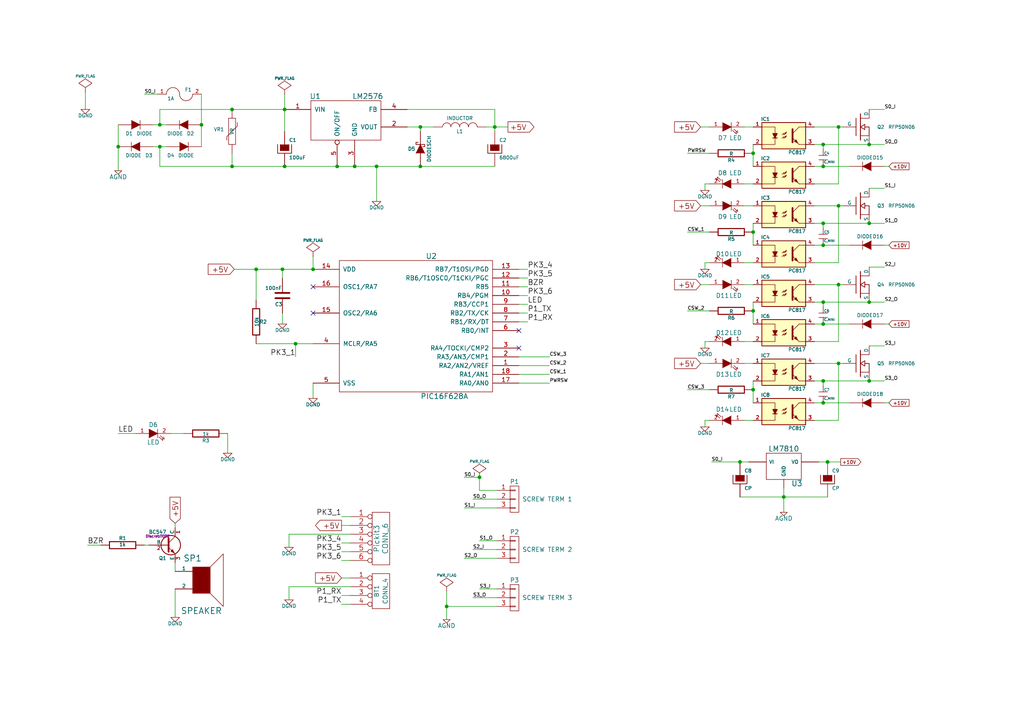
<source format=kicad_sch>
(kicad_sch (version 20230121) (generator eeschema)
  (paper "A4")
  (lib_symbols
    (symbol "board-rescue:AGND" (power) (pin_names (offset 0.254))
      (property "Value" "AGND" (at 0 -1.778 0))
      (symbol "AGND_0_1"
        (polyline (pts (xy -1.016 0) (xy 1.016 0) (xy 0 -1.016) (xy -1.016 0)))
      )
      (symbol "AGND_1_1"
        (pin power_in line (at 0 0 90) (length 0) hide (name "AGND") (number "1"))
      )
    )
    (symbol "board-rescue:BC547" (pin_names (offset 0))
      (property "Reference" "Q" (at 0 -3.7846 0))
      (property "Value" "BC547" (at 0 3.81 0))
      (property "Footprint" "TO92" (at -2.54 2.5908 0))
      (symbol "BC547_0_1"
        (polyline (pts (xy 0.635 0.635) (xy 2.54 2.54)))
        (polyline (pts (xy 0.635 -0.635) (xy 2.54 -2.54) (xy 2.54 -2.54)))
        (polyline (pts (xy 0.635 1.905) (xy 0.635 -1.905) (xy 0.635 -1.905)) (stroke (width 0.508)))
        (polyline (pts (xy 1.27 -1.778) (xy 1.778 -1.27) (xy 2.286 -2.286) (xy 1.27 -1.778) (xy 1.27 -1.778)) (fill (type outline)))
        (circle (center 1.27 0) (radius 2.8194) (stroke (width 0.254)))
      )
      (symbol "BC547_1_1"
        (pin passive line (at 2.54 5.08 270) (length 2.54) (name "C") (number "1"))
        (pin input line (at -5.08 0 0) (length 5.715) (name "B") (number "2"))
        (pin passive line (at 2.54 -5.08 90) (length 2.54) (name "E") (number "3"))
      )
    )
    (symbol "board-rescue:C" (pin_numbers hide) (pin_names (offset 0.254))
      (property "Reference" "C" (at 0 2.54 0))
      (property "Value" "C" (at 0.1524 -2.159 0))
      (symbol "C_0_1"
        (polyline (pts (xy -2.032 -0.762) (xy 2.032 -0.762)) (stroke (width 0.508)))
        (polyline (pts (xy -2.032 0.762) (xy 2.032 0.762)) (stroke (width 0.508)))
      )
      (symbol "C_1_1"
        (pin passive line (at 0 5.08 270) (length 4.318) (name "~") (number "1"))
        (pin passive line (at 0 -5.08 90) (length 4.318) (name "~") (number "2"))
      )
    )
    (symbol "board-rescue:CONN_01X03" (pin_names (offset 1.016) hide)
      (property "Reference" "P" (at 0 5.08 0))
      (property "Value" "CONN_01X03" (at 2.54 0 90))
      (symbol "CONN_01X03_0_1"
        (rectangle (start -1.27 -2.413) (end 0.254 -2.667))
        (rectangle (start -1.27 0.127) (end 0.254 -0.127))
        (rectangle (start -1.27 2.667) (end 0.254 2.413))
        (rectangle (start -1.27 3.81) (end 1.27 -3.81))
      )
      (symbol "CONN_01X03_1_1"
        (pin passive line (at -5.08 2.54 0) (length 3.81) (name "P1") (number "1"))
        (pin passive line (at -5.08 0 0) (length 3.81) (name "P2") (number "2"))
        (pin passive line (at -5.08 -2.54 0) (length 3.81) (name "P3") (number "3"))
      )
    )
    (symbol "board-rescue:CONN_4" (pin_names (offset 1.016) hide)
      (property "Reference" "P" (at -1.27 0 90))
      (property "Value" "CONN_4" (at 1.27 0 90))
      (symbol "CONN_4_0_1"
        (rectangle (start -2.54 5.08) (end 2.54 -5.08))
      )
      (symbol "CONN_4_1_1"
        (pin passive inverted (at -8.89 3.81 0) (length 6.35) (name "P1") (number "1"))
        (pin passive inverted (at -8.89 1.27 0) (length 6.35) (name "P2") (number "2"))
        (pin passive inverted (at -8.89 -1.27 0) (length 6.35) (name "P3") (number "3"))
        (pin passive inverted (at -8.89 -3.81 0) (length 6.35) (name "P4") (number "4"))
      )
    )
    (symbol "board-rescue:CONN_6" (pin_names (offset 0.762) hide)
      (property "Reference" "P" (at -1.27 0 90))
      (property "Value" "CONN_6" (at 1.27 0 90))
      (symbol "CONN_6_0_1"
        (rectangle (start -2.54 7.62) (end 2.54 -7.62))
      )
      (symbol "CONN_6_1_1"
        (pin passive inverted (at -8.89 6.35 0) (length 6.35) (name "1") (number "1"))
        (pin passive inverted (at -8.89 3.81 0) (length 6.35) (name "2") (number "2"))
        (pin passive inverted (at -8.89 1.27 0) (length 6.35) (name "3") (number "3"))
        (pin passive inverted (at -8.89 -1.27 0) (length 6.35) (name "4") (number "4"))
        (pin passive inverted (at -8.89 -3.81 0) (length 6.35) (name "5") (number "5"))
        (pin passive inverted (at -8.89 -6.35 0) (length 6.35) (name "6") (number "6"))
      )
    )
    (symbol "board-rescue:CP" (pin_numbers hide) (pin_names (offset 0.254) hide)
      (property "Reference" "C" (at 1.27 2.54 0))
      (property "Value" "CP" (at 1.27 -2.54 0))
      (symbol "CP_0_1"
        (polyline (pts (xy -2.032 1.27) (xy -2.032 -1.27) (xy 2.032 -1.27) (xy 2.032 1.27)) (stroke (width 0.2032)))
        (polyline (pts (xy -1.27 1.27) (xy -1.27 -0.508) (xy 1.27 -0.508) (xy 1.27 1.27)) (fill (type outline)))
      )
      (symbol "CP_1_1"
        (pin passive line (at 0 5.08 270) (length 3.81) (name "~") (number "1"))
        (pin passive line (at 0 -5.08 90) (length 3.81) (name "~") (number "2"))
      )
    )
    (symbol "board-rescue:C_MINI" (pin_numbers hide) (pin_names (offset 0) hide)
      (property "Reference" "C" (at -1.27 1.016 90))
      (property "Value" "C_MINI" (at 1.27 1.778 90))
      (symbol "C_MINI_0_1"
        (polyline (pts (xy -0.635 -1.27) (xy -0.635 1.27) (xy -0.635 1.27)) (fill (type background)))
        (polyline (pts (xy 0.635 -1.27) (xy 0.635 1.27) (xy 0.635 1.27)) (fill (type background)))
      )
      (symbol "C_MINI_1_1"
        (pin passive line (at -2.54 0 0) (length 1.905) (name "A") (number "1"))
        (pin passive line (at 2.54 0 180) (length 1.905) (name "B") (number "2"))
      )
    )
    (symbol "board-rescue:DGND" (power) (pin_names (offset 1.016))
      (property "Value" "DGND" (at 0 -1.778 0))
      (symbol "DGND_0_1"
        (polyline (pts (xy -1.27 0) (xy 0 -1.27) (xy 1.27 0) (xy -1.27 0)))
      )
      (symbol "DGND_1_1"
        (pin power_in line (at 0 0 90) (length 0) hide (name "DGND") (number "1"))
      )
    )
    (symbol "board-rescue:DIODE" (pin_numbers hide) (pin_names (offset 1.016) hide)
      (property "Reference" "D" (at 0 2.54 0))
      (property "Value" "DIODE" (at 0 -2.54 0))
      (symbol "DIODE_0_1"
        (polyline (pts (xy 1.27 1.27) (xy 1.27 -1.27)) (stroke (width 0.1524)))
        (polyline (pts (xy -1.27 1.27) (xy 1.27 0) (xy -1.27 -1.27)) (fill (type outline)))
      )
      (symbol "DIODE_1_1"
        (pin passive line (at -5.08 0 0) (length 3.81) (name "A") (number "1"))
        (pin passive line (at 5.08 0 180) (length 3.81) (name "K") (number "2"))
      )
    )
    (symbol "board-rescue:DIODESCH" (pin_numbers hide) (pin_names (offset 1.016) hide)
      (property "Reference" "D" (at 0 2.54 0))
      (property "Value" "DIODESCH" (at 0 -2.54 0))
      (symbol "DIODESCH_0_1"
        (polyline (pts (xy -1.27 1.27) (xy 1.27 0) (xy -1.27 -1.27)) (fill (type outline)))
        (polyline (pts (xy 1.905 0.635) (xy 1.905 1.27) (xy 1.27 1.27) (xy 1.27 -1.27) (xy 0.635 -1.27) (xy 0.635 -0.635)) (stroke (width 0.2032)))
      )
      (symbol "DIODESCH_1_1"
        (pin passive line (at -5.08 0 0) (length 3.81) (name "A") (number "1"))
        (pin passive line (at 5.08 0 180) (length 3.81) (name "K") (number "2"))
      )
    )
    (symbol "board-rescue:FUSE" (pin_names (offset 0.254))
      (property "Reference" "F" (at 2.54 1.27 0))
      (property "Value" "FUSE" (at -2.54 -1.27 0))
      (symbol "FUSE_0_1"
        (arc (start 0 0) (mid -1.905 1.8967) (end -3.81 0))
        (arc (start 0 0) (mid 1.905 -1.8967) (end 3.81 0))
      )
      (symbol "FUSE_1_1"
        (pin input line (at -6.35 0 0) (length 2.54) (name "~") (number "1"))
        (pin input line (at 6.35 0 180) (length 2.54) (name "~") (number "2"))
      )
    )
    (symbol "board-rescue:INDUCTOR" (pin_numbers hide) (pin_names (offset 1.016) hide)
      (property "Reference" "L" (at -1.27 0 90))
      (property "Value" "INDUCTOR" (at 2.54 0 90))
      (symbol "INDUCTOR_0_1"
        (arc (start 0.0254 -5.0546) (mid 1.2449 -3.8097) (end 0.0254 -2.54))
        (arc (start 0.0254 -2.5146) (mid 1.2703 -1.2444) (end 0.0254 0.0508))
        (arc (start 0.0254 0.0254) (mid 1.2703 1.2956) (end 0.0254 2.5908))
        (arc (start 0.0254 2.5654) (mid 1.1941 3.7595) (end 0.0254 4.9784))
      )
      (symbol "INDUCTOR_1_1"
        (pin passive line (at 0 7.62 270) (length 2.54) (name "1") (number "1"))
        (pin passive line (at 0 -7.62 90) (length 2.54) (name "2") (number "2"))
      )
    )
    (symbol "board-rescue:LED" (pin_names (offset 1.016) hide)
      (property "Reference" "D" (at 0 2.54 0))
      (property "Value" "LED" (at 0 -2.54 0))
      (symbol "LED_0_1"
        (polyline (pts (xy 1.27 1.27) (xy 1.27 -1.27)))
        (polyline (pts (xy -1.27 1.27) (xy 1.27 0) (xy -1.27 -1.27)) (fill (type outline)))
        (polyline (pts (xy 1.651 -1.016) (xy 2.794 -2.032) (xy 2.667 -1.397)))
        (polyline (pts (xy 2.032 -0.635) (xy 3.175 -1.651) (xy 3.048 -1.016)))
      )
      (symbol "LED_1_1"
        (pin passive line (at -5.08 0 0) (length 3.81) (name "A") (number "1"))
        (pin passive line (at 5.08 0 180) (length 3.81) (name "K") (number "2"))
      )
    )
    (symbol "board-rescue:LM2576" (pin_names (offset 1.016))
      (property "Reference" "U" (at -8.89 6.35 0))
      (property "Value" "LM2576" (at 6.35 6.35 0))
      (symbol "LM2576_0_1"
        (rectangle (start -10.16 5.08) (end 10.16 -6.35))
      )
      (symbol "LM2576_1_1"
        (pin power_in line (at -17.78 2.54 0) (length 7.62) (name "VIN") (number "1"))
        (pin power_out line (at 17.78 -2.54 180) (length 7.62) (name "VOUT") (number "2"))
        (pin power_in line (at 2.54 -13.97 90) (length 7.62) (name "GND") (number "3"))
        (pin input line (at 17.78 2.54 180) (length 7.62) (name "FB") (number "4"))
        (pin input inverted (at -2.54 -13.97 90) (length 7.62) (name "ON/OFF") (number "5"))
      )
    )
    (symbol "board-rescue:LM7805" (pin_numbers hide) (pin_names (offset 0.762))
      (property "Reference" "U" (at 3.81 -4.9784 0))
      (property "Value" "LM7805" (at 0 5.08 0))
      (symbol "LM7805_0_1"
        (rectangle (start -5.08 -3.81) (end 5.08 3.81))
      )
      (symbol "LM7805_1_1"
        (pin input line (at 0 -6.35 90) (length 2.54) (name "GND") (number "GND"))
        (pin input line (at -10.16 1.27 0) (length 5.08) (name "VI") (number "VI"))
        (pin power_out line (at 10.16 1.27 180) (length 5.08) (name "VO") (number "VO"))
      )
    )
    (symbol "board-rescue:MOSFET_N" (pin_numbers hide) (pin_names (offset 0))
      (property "Reference" "Q" (at 0.254 4.318 0))
      (property "Value" "MOSFET_N" (at 0.254 -3.81 0))
      (symbol "MOSFET_N_0_1"
        (polyline (pts (xy -1.27 -2.54) (xy -1.27 2.54)) (stroke (width 0.2032)))
        (polyline (pts (xy 0 -3.81) (xy 0 3.81)) (stroke (width 0.254)))
        (polyline (pts (xy 2.54 -2.54) (xy 0 -2.54)))
        (polyline (pts (xy 2.54 2.54) (xy 0 2.54)))
        (polyline (pts (xy 2.54 -2.54) (xy 2.54 0) (xy 1.27 0)) (stroke (width 0.2032)))
        (polyline (pts (xy 1.27 0.762) (xy 1.27 -0.762) (xy 0 0) (xy 1.27 0.762) (xy 1.27 0.762)) (stroke (width 0.2032)))
      )
      (symbol "MOSFET_N_1_1"
        (pin passive line (at 2.54 5.08 270) (length 2.54) (name "D") (number "D"))
        (pin input line (at -5.08 0 0) (length 3.81) (name "G") (number "G"))
        (pin passive line (at 2.54 -5.08 90) (length 2.54) (name "S") (number "S"))
      )
    )
    (symbol "board-rescue:PC817" (pin_names (offset 1.016))
      (property "Reference" "IC" (at -5.334 4.826 0))
      (property "Value" "PC817" (at 3.81 -4.826 0))
      (property "Footprint" "DIP4" (at -5.08 -4.572 0))
      (symbol "PC817_0_1"
        (rectangle (start -6.35 3.81) (end 6.35 -3.81) (stroke (width 0.254)) (fill (type background)))
        (polyline (pts (xy -3.175 -0.635) (xy -1.905 -0.635)) (stroke (width 0.254)))
        (polyline (pts (xy 2.54 0.635) (xy 4.445 2.54)))
        (polyline (pts (xy 4.445 -2.54) (xy 2.54 -0.635)) (fill (type outline)))
        (polyline (pts (xy 4.445 -2.54) (xy 6.35 -2.54)))
        (polyline (pts (xy 4.445 2.54) (xy 6.35 2.54)))
        (polyline (pts (xy -6.35 2.54) (xy -2.54 2.54) (xy -2.54 0.635)))
        (polyline (pts (xy -2.54 -0.635) (xy -2.54 -2.54) (xy -6.35 -2.54)))
        (polyline (pts (xy 2.54 1.905) (xy 2.54 -1.905) (xy 2.54 -1.905)) (stroke (width 0.508)))
        (polyline (pts (xy -2.54 -0.635) (xy -3.175 0.635) (xy -1.905 0.635) (xy -2.54 -0.635)) (stroke (width 0.254)) (fill (type outline)))
        (polyline (pts (xy -0.508 0.254) (xy 0.0254 0.762) (xy 0.0254 0.254) (xy 0.7874 1.016)))
        (polyline (pts (xy 0.7874 1.016) (xy 0.2794 0.762) (xy 0.5334 0.508) (xy 0.7874 1.016)))
        (polyline (pts (xy 3.048 -1.651) (xy 3.556 -1.143) (xy 4.064 -2.159) (xy 3.048 -1.651) (xy 3.048 -1.651)) (fill (type outline)))
        (polyline (pts (xy -0.508 -0.762) (xy 0.0254 -0.254) (xy 0.0254 -0.762) (xy 0.7874 0) (xy 0.2794 -0.254) (xy 0.5334 -0.508) (xy 0.7874 0)))
      )
      (symbol "PC817_1_1"
        (pin passive line (at -8.89 2.54 0) (length 2.54) (name "~") (number "1"))
        (pin passive line (at -8.89 -2.54 0) (length 2.54) (name "~") (number "2"))
        (pin passive line (at 8.89 -2.54 180) (length 2.54) (name "~") (number "3"))
        (pin passive line (at 8.89 2.54 180) (length 2.54) (name "~") (number "4"))
      )
    )
    (symbol "board-rescue:PIC16F628A" (pin_names (offset 1.016))
      (property "Reference" "U" (at 7.62 20.32 0))
      (property "Value" "PIC16F628A" (at 11.43 -20.32 0))
      (symbol "PIC16F628A_0_1"
        (rectangle (start 25.4 19.05) (end -19.05 -19.05))
      )
      (symbol "PIC16F628A_1_1"
        (pin bidirectional line (at 33.02 -11.43 180) (length 7.62) (name "RA2/AN2/VREF") (number "1"))
        (pin bidirectional line (at 33.02 8.89 180) (length 7.62) (name "RB4/PGM") (number "10"))
        (pin bidirectional line (at 33.02 11.43 180) (length 7.62) (name "RB5") (number "11"))
        (pin bidirectional line (at 33.02 13.97 180) (length 7.62) (name "RB6/T1OSC0/T1CKI/PGC") (number "12"))
        (pin bidirectional line (at 33.02 16.51 180) (length 7.62) (name "RB7/T1OSI/PGD") (number "13"))
        (pin power_in line (at -26.67 16.51 0) (length 7.62) (name "VDD") (number "14"))
        (pin output line (at -26.67 3.81 0) (length 7.62) (name "OSC2/RA6") (number "15"))
        (pin input line (at -26.67 11.43 0) (length 7.62) (name "OSC1/RA7") (number "16"))
        (pin bidirectional line (at 33.02 -16.51 180) (length 7.62) (name "RA0/AN0") (number "17"))
        (pin bidirectional line (at 33.02 -13.97 180) (length 7.62) (name "RA1/AN1") (number "18"))
        (pin bidirectional line (at 33.02 -8.89 180) (length 7.62) (name "RA3/AN3/CMP1") (number "2"))
        (pin bidirectional line (at 33.02 -6.35 180) (length 7.62) (name "RA4/TOCKI/CMP2") (number "3"))
        (pin input line (at -26.67 -5.08 0) (length 7.62) (name "MCLR/RA5") (number "4"))
        (pin power_in line (at -26.67 -16.51 0) (length 7.62) (name "VSS") (number "5"))
        (pin bidirectional line (at 33.02 -1.27 180) (length 7.62) (name "RB0/INT") (number "6"))
        (pin bidirectional line (at 33.02 1.27 180) (length 7.62) (name "RB1/RX/DT") (number "7"))
        (pin bidirectional line (at 33.02 3.81 180) (length 7.62) (name "RB2/TX/CK") (number "8"))
        (pin bidirectional line (at 33.02 6.35 180) (length 7.62) (name "RB3/CCP1") (number "9"))
      )
    )
    (symbol "board-rescue:PWR_FLAG" (power) (pin_numbers hide) (pin_names (offset 0) hide)
      (property "Value" "PWR_FLAG" (at 0 4.572 0))
      (symbol "PWR_FLAG_0_0"
        (pin power_out line (at 0 0 90) (length 0) (name "pwr") (number "1"))
      )
      (symbol "PWR_FLAG_0_1"
        (polyline (pts (xy 0 0) (xy 0 1.27) (xy -1.905 2.54) (xy 0 3.81) (xy 1.905 2.54) (xy 0 1.27)))
      )
    )
    (symbol "board-rescue:R" (pin_numbers hide) (pin_names (offset 0))
      (property "Reference" "R" (at 2.032 0 90))
      (property "Value" "R" (at 0.1778 0.0254 90))
      (symbol "R_0_1"
        (rectangle (start -1.016 3.81) (end 1.016 -3.81) (stroke (width 0.3048)))
      )
      (symbol "R_1_1"
        (pin passive line (at 0 6.35 270) (length 2.54) (name "~") (number "1"))
        (pin passive line (at 0 -6.35 90) (length 2.54) (name "~") (number "2"))
      )
    )
    (symbol "board-rescue:SPEAKER" (pin_numbers hide) (pin_names (offset 0))
      (property "Reference" "SP" (at -2.54 6.35 0))
      (property "Value" "SPEAKER" (at -2.54 -6.35 0))
      (symbol "SPEAKER_0_0"
        (polyline (pts (xy 2.54 3.81) (xy 6.35 7.62) (xy 6.35 -7.62) (xy 2.54 -3.81)))
        (polyline (pts (xy -2.54 3.81) (xy 2.54 3.81) (xy 2.54 -3.81) (xy -2.54 -3.81) (xy -2.54 3.81)) (fill (type outline)))
      )
      (symbol "SPEAKER_1_1"
        (pin input line (at -7.62 2.54 0) (length 5.08) (name "1") (number "1"))
        (pin input line (at -7.62 -2.54 0) (length 5.08) (name "2") (number "2"))
      )
    )
    (symbol "board-rescue:VR" (pin_numbers hide) (pin_names (offset 0))
      (property "Reference" "VR" (at 1.524 -1.1684 90))
      (property "Value" "VR" (at 0 0 90))
      (symbol "VR_0_1"
        (rectangle (start -1.016 3.81) (end 1.016 -3.81))
        (polyline (pts (xy -1.524 -2.54) (xy -1.524 -1.524) (xy 1.524 1.524) (xy 1.524 2.54) (xy 1.524 2.54)))
      )
      (symbol "VR_1_1"
        (pin passive line (at 0 6.35 270) (length 2.54) (name "~") (number "1"))
        (pin passive line (at 0 -6.35 90) (length 2.54) (name "~") (number "2"))
      )
    )
  )
  (junction (at 243.205 36.83))
  (junction (at 238.76 48.26))
  (junction (at 90.805 78.105))
  (junction (at 252.095 87.63))
  (junction (at 139.065 138.43))
  (junction (at 58.42 36.195))
  (junction (at 252.095 41.91))
  (junction (at 218.44 67.31))
  (junction (at 82.55 31.75))
  (junction (at 240.03 133.985))
  (junction (at 238.76 87.63))
  (junction (at 243.205 105.41))
  (junction (at 82.55 48.26))
  (junction (at 74.295 78.105))
  (junction (at 81.915 78.105))
  (junction (at 214.63 133.985))
  (junction (at 102.87 48.26))
  (junction (at 218.44 90.17))
  (junction (at 218.44 113.03))
  (junction (at 227.33 144.145))
  (junction (at 97.79 48.26))
  (junction (at 238.76 116.84))
  (junction (at 34.29 42.545))
  (junction (at 46.355 36.195))
  (junction (at 85.725 99.695))
  (junction (at 238.76 41.91))
  (junction (at 46.355 42.545))
  (junction (at 252.095 64.77))
  (junction (at 238.76 110.49))
  (junction (at 243.205 59.69))
  (junction (at 129.54 175.895))
  (junction (at 238.76 71.12))
  (junction (at 238.76 93.98))
  (junction (at 218.44 44.45))
  (junction (at 109.22 48.26))
  (junction (at 121.92 48.26))
  (junction (at 238.76 64.77))
  (junction (at 143.51 36.83))
  (junction (at 243.205 82.55))
  (junction (at 252.095 110.49))
  (junction (at 67.31 48.26))
  (junction (at 121.92 36.83))
  (junction (at 67.31 31.75))
  (no_connect (at 150.495 100.965))
  (no_connect (at 150.495 95.885))
  (no_connect (at 90.805 90.805))
  (no_connect (at 90.805 83.185))
  (wire (pts (xy 81.915 78.105) (xy 90.805 78.105)))
  (wire (pts (xy 238.76 64.77) (xy 238.76 66.04)))
  (wire (pts (xy 44.45 42.545) (xy 46.355 42.545)))
  (wire (pts (xy 204.47 53.34) (xy 205.74 53.34)))
  (wire (pts (xy 46.355 42.545) (xy 48.26 42.545)))
  (wire (pts (xy 150.495 106.045) (xy 159.385 106.045)))
  (wire (pts (xy 144.145 156.845) (xy 139.065 156.845)))
  (wire (pts (xy 243.205 121.92) (xy 243.205 105.41)))
  (wire (pts (xy 243.205 36.83) (xy 244.475 36.83)))
  (wire (pts (xy 238.76 110.49) (xy 238.76 111.76)))
  (wire (pts (xy 240.03 133.985) (xy 243.84 133.985)))
  (wire (pts (xy 238.76 110.49) (xy 252.095 110.49)))
  (wire (pts (xy 143.51 36.83) (xy 143.51 38.1)))
  (wire (pts (xy 214.63 133.985) (xy 217.17 133.985)))
  (wire (pts (xy 214.63 144.145) (xy 227.33 144.145)))
  (wire (pts (xy 129.54 175.895) (xy 129.54 179.705)))
  (wire (pts (xy 67.945 78.105) (xy 74.295 78.105)))
  (wire (pts (xy 252.095 54.61) (xy 256.54 54.61)))
  (wire (pts (xy 99.06 175.26) (xy 101.6 175.26)))
  (wire (pts (xy 85.725 99.695) (xy 90.805 99.695)))
  (wire (pts (xy 143.51 31.75) (xy 118.11 31.75)))
  (wire (pts (xy 236.22 41.91) (xy 238.76 41.91)))
  (wire (pts (xy 82.55 31.75) (xy 82.55 38.1)))
  (wire (pts (xy 140.97 36.83) (xy 143.51 36.83)))
  (wire (pts (xy 83.82 154.94) (xy 83.82 158.75)))
  (wire (pts (xy 121.92 36.83) (xy 121.92 38.1)))
  (wire (pts (xy 99.06 152.4) (xy 101.6 152.4)))
  (wire (pts (xy 236.22 59.69) (xy 243.205 59.69)))
  (wire (pts (xy 83.82 170.18) (xy 83.82 173.99)))
  (wire (pts (xy 236.22 36.83) (xy 243.205 36.83)))
  (wire (pts (xy 236.22 87.63) (xy 238.76 87.63)))
  (wire (pts (xy 204.47 99.06) (xy 204.47 100.965)))
  (wire (pts (xy 205.74 90.17) (xy 199.39 90.17)))
  (wire (pts (xy 139.065 142.24) (xy 139.065 138.43)))
  (wire (pts (xy 25.4 158.115) (xy 29.21 158.115)))
  (wire (pts (xy 238.76 64.77) (xy 252.095 64.77)))
  (wire (pts (xy 204.47 78.105) (xy 204.47 76.2)))
  (wire (pts (xy 34.29 36.195) (xy 34.29 42.545)))
  (wire (pts (xy 99.06 149.86) (xy 101.6 149.86)))
  (wire (pts (xy 74.295 78.105) (xy 81.915 78.105)))
  (wire (pts (xy 85.725 103.505) (xy 85.725 99.695)))
  (wire (pts (xy 34.29 42.545) (xy 34.29 49.53)))
  (wire (pts (xy 58.42 36.195) (xy 58.42 42.545)))
  (wire (pts (xy 46.355 31.75) (xy 67.31 31.75)))
  (wire (pts (xy 101.6 154.94) (xy 83.82 154.94)))
  (wire (pts (xy 205.74 44.45) (xy 199.39 44.45)))
  (wire (pts (xy 236.22 76.2) (xy 243.205 76.2)))
  (wire (pts (xy 218.44 110.49) (xy 218.44 113.03)))
  (wire (pts (xy 53.34 125.73) (xy 49.53 125.73)))
  (wire (pts (xy 81.915 78.105) (xy 81.915 80.645)))
  (wire (pts (xy 218.44 44.45) (xy 218.44 48.26)))
  (wire (pts (xy 218.44 99.06) (xy 215.9 99.06)))
  (wire (pts (xy 243.205 53.34) (xy 243.205 36.83)))
  (wire (pts (xy 252.095 31.75) (xy 256.54 31.75)))
  (wire (pts (xy 252.095 64.77) (xy 256.54 64.77)))
  (wire (pts (xy 150.495 111.125) (xy 159.385 111.125)))
  (wire (pts (xy 144.145 170.815) (xy 139.065 170.815)))
  (wire (pts (xy 66.04 125.73) (xy 66.04 131.445)))
  (wire (pts (xy 218.44 105.41) (xy 215.9 105.41)))
  (wire (pts (xy 150.495 93.345) (xy 153.035 93.345)))
  (wire (pts (xy 256.54 48.26) (xy 257.81 48.26)))
  (wire (pts (xy 150.495 90.805) (xy 153.035 90.805)))
  (wire (pts (xy 218.44 41.91) (xy 218.44 44.45)))
  (wire (pts (xy 205.74 105.41) (xy 203.2 105.41)))
  (wire (pts (xy 218.44 67.31) (xy 218.44 71.12)))
  (wire (pts (xy 237.49 133.985) (xy 240.03 133.985)))
  (wire (pts (xy 99.06 172.72) (xy 101.6 172.72)))
  (wire (pts (xy 81.915 90.805) (xy 81.915 93.98)))
  (wire (pts (xy 243.205 105.41) (xy 244.475 105.41)))
  (wire (pts (xy 205.74 67.31) (xy 199.39 67.31)))
  (wire (pts (xy 144.145 147.32) (xy 134.62 147.32)))
  (wire (pts (xy 121.92 36.83) (xy 125.73 36.83)))
  (wire (pts (xy 50.8 170.815) (xy 50.8 179.07)))
  (wire (pts (xy 34.29 125.73) (xy 39.37 125.73)))
  (wire (pts (xy 252.095 77.47) (xy 256.54 77.47)))
  (wire (pts (xy 243.205 76.2) (xy 243.205 59.69)))
  (wire (pts (xy 243.205 82.55) (xy 243.205 99.06)))
  (wire (pts (xy 218.44 113.03) (xy 218.44 116.84)))
  (wire (pts (xy 58.42 27.305) (xy 58.42 36.195)))
  (wire (pts (xy 121.92 48.26) (xy 143.51 48.26)))
  (wire (pts (xy 236.22 93.98) (xy 238.76 93.98)))
  (wire (pts (xy 238.76 48.26) (xy 246.38 48.26)))
  (wire (pts (xy 143.51 36.83) (xy 147.32 36.83)))
  (wire (pts (xy 109.22 48.26) (xy 109.22 58.42)))
  (wire (pts (xy 150.495 108.585) (xy 159.385 108.585)))
  (wire (pts (xy 99.06 167.64) (xy 101.6 167.64)))
  (wire (pts (xy 44.45 36.195) (xy 46.355 36.195)))
  (wire (pts (xy 218.44 82.55) (xy 215.9 82.55)))
  (wire (pts (xy 205.74 82.55) (xy 203.2 82.55)))
  (wire (pts (xy 99.06 162.56) (xy 101.6 162.56)))
  (wire (pts (xy 243.205 82.55) (xy 244.475 82.55)))
  (wire (pts (xy 238.76 41.91) (xy 252.095 41.91)))
  (wire (pts (xy 97.79 48.26) (xy 102.87 48.26)))
  (wire (pts (xy 153.035 85.725) (xy 150.495 85.725)))
  (wire (pts (xy 139.065 138.43) (xy 134.62 138.43)))
  (wire (pts (xy 46.355 36.195) (xy 46.355 31.75)))
  (wire (pts (xy 50.8 163.195) (xy 50.8 165.735)))
  (wire (pts (xy 153.035 83.185) (xy 150.495 83.185)))
  (wire (pts (xy 153.035 88.265) (xy 150.495 88.265)))
  (wire (pts (xy 67.31 48.26) (xy 82.55 48.26)))
  (wire (pts (xy 90.805 111.125) (xy 90.805 115.57)))
  (wire (pts (xy 109.22 48.26) (xy 121.92 48.26)))
  (wire (pts (xy 150.495 78.105) (xy 153.035 78.105)))
  (wire (pts (xy 82.55 27.305) (xy 82.55 31.75)))
  (wire (pts (xy 67.31 44.45) (xy 67.31 48.26)))
  (wire (pts (xy 50.8 151.765) (xy 50.8 153.035)))
  (wire (pts (xy 218.44 87.63) (xy 218.44 90.17)))
  (wire (pts (xy 238.76 93.98) (xy 246.38 93.98)))
  (wire (pts (xy 238.76 87.63) (xy 238.76 88.9)))
  (wire (pts (xy 252.095 100.33) (xy 256.54 100.33)))
  (wire (pts (xy 204.47 76.2) (xy 205.74 76.2)))
  (wire (pts (xy 144.145 161.925) (xy 134.62 161.925)))
  (wire (pts (xy 74.295 78.105) (xy 74.295 86.995)))
  (wire (pts (xy 236.22 116.84) (xy 238.76 116.84)))
  (wire (pts (xy 238.76 71.12) (xy 246.38 71.12)))
  (wire (pts (xy 205.74 113.03) (xy 199.39 113.03)))
  (wire (pts (xy 257.81 71.12) (xy 256.54 71.12)))
  (wire (pts (xy 236.22 53.34) (xy 243.205 53.34)))
  (wire (pts (xy 236.22 48.26) (xy 238.76 48.26)))
  (wire (pts (xy 67.31 31.75) (xy 82.55 31.75)))
  (wire (pts (xy 227.33 144.145) (xy 240.03 144.145)))
  (wire (pts (xy 257.81 93.98) (xy 256.54 93.98)))
  (wire (pts (xy 256.54 116.84) (xy 257.81 116.84)))
  (wire (pts (xy 218.44 121.92) (xy 215.9 121.92)))
  (wire (pts (xy 204.47 55.245) (xy 204.47 53.34)))
  (wire (pts (xy 236.22 110.49) (xy 238.76 110.49)))
  (wire (pts (xy 46.355 36.195) (xy 48.26 36.195)))
  (wire (pts (xy 102.87 48.26) (xy 109.22 48.26)))
  (wire (pts (xy 218.44 76.2) (xy 215.9 76.2)))
  (wire (pts (xy 144.145 173.355) (xy 137.16 173.355)))
  (wire (pts (xy 24.765 26.67) (xy 24.765 31.75)))
  (wire (pts (xy 101.6 160.02) (xy 99.06 160.02)))
  (wire (pts (xy 238.76 116.84) (xy 246.38 116.84)))
  (wire (pts (xy 215.9 36.83) (xy 218.44 36.83)))
  (wire (pts (xy 243.205 99.06) (xy 236.22 99.06)))
  (wire (pts (xy 129.54 171.45) (xy 129.54 175.895)))
  (wire (pts (xy 118.11 36.83) (xy 121.92 36.83)))
  (wire (pts (xy 236.22 64.77) (xy 238.76 64.77)))
  (wire (pts (xy 101.6 157.48) (xy 99.06 157.48)))
  (wire (pts (xy 204.47 121.92) (xy 205.74 121.92)))
  (wire (pts (xy 218.44 90.17) (xy 218.44 93.98)))
  (wire (pts (xy 150.495 80.645) (xy 153.035 80.645)))
  (wire (pts (xy 236.22 105.41) (xy 243.205 105.41)))
  (wire (pts (xy 144.145 159.385) (xy 137.16 159.385)))
  (wire (pts (xy 236.22 71.12) (xy 238.76 71.12)))
  (wire (pts (xy 243.205 59.69) (xy 244.475 59.69)))
  (wire (pts (xy 205.74 59.69) (xy 203.2 59.69)))
  (wire (pts (xy 252.095 110.49) (xy 256.54 110.49)))
  (wire (pts (xy 218.44 64.77) (xy 218.44 67.31)))
  (wire (pts (xy 238.76 87.63) (xy 252.095 87.63)))
  (wire (pts (xy 41.91 158.115) (xy 43.18 158.115)))
  (wire (pts (xy 218.44 53.34) (xy 215.9 53.34)))
  (wire (pts (xy 238.76 41.91) (xy 238.76 43.18)))
  (wire (pts (xy 144.145 175.895) (xy 129.54 175.895)))
  (wire (pts (xy 227.33 141.605) (xy 227.33 144.145)))
  (wire (pts (xy 236.22 82.55) (xy 243.205 82.55)))
  (wire (pts (xy 46.355 42.545) (xy 46.355 48.26)))
  (wire (pts (xy 252.095 41.91) (xy 256.54 41.91)))
  (wire (pts (xy 218.44 59.69) (xy 215.9 59.69)))
  (wire (pts (xy 204.47 123.825) (xy 204.47 121.92)))
  (wire (pts (xy 74.295 99.695) (xy 85.725 99.695)))
  (wire (pts (xy 205.74 36.83) (xy 203.2 36.83)))
  (wire (pts (xy 82.55 48.26) (xy 97.79 48.26)))
  (wire (pts (xy 150.495 103.505) (xy 159.385 103.505)))
  (wire (pts (xy 206.375 133.985) (xy 214.63 133.985)))
  (wire (pts (xy 227.33 144.145) (xy 227.33 148.59)))
  (wire (pts (xy 144.145 144.78) (xy 137.16 144.78)))
  (wire (pts (xy 143.51 31.75) (xy 143.51 36.83)))
  (wire (pts (xy 45.72 27.305) (xy 41.91 27.305)))
  (wire (pts (xy 90.805 78.105) (xy 90.805 74.295)))
  (wire (pts (xy 205.74 99.06) (xy 204.47 99.06)))
  (wire (pts (xy 83.82 170.18) (xy 101.6 170.18)))
  (wire (pts (xy 46.355 48.26) (xy 67.31 48.26)))
  (wire (pts (xy 243.205 121.92) (xy 236.22 121.92)))
  (wire (pts (xy 252.095 87.63) (xy 256.54 87.63)))
  (wire (pts (xy 139.065 142.24) (xy 144.145 142.24)))
  (label "BZR" (at 153.035 83.185 0) (effects (font (size 1.524 1.524))))
  (label "PK3_1" (at 99.06 149.86 180) (effects (font (size 1.524 1.524))))
  (label "PWRSW" (at 159.385 111.125 0) (effects (font (size 0.9906 0.9906))))
  (label "CSW_2" (at 199.39 90.17 0) (effects (font (size 0.9906 0.9906))))
  (label "S2_O" (at 256.54 87.63 0) (effects (font (size 0.9906 0.9906))))
  (label "S0_O" (at 137.16 144.78 0) (effects (font (size 0.9906 0.9906))))
  (label "S0_I" (at 206.375 133.985 0) (effects (font (size 0.9906 0.9906))))
  (label "P1_RX" (at 99.06 172.72 180) (effects (font (size 1.524 1.524))))
  (label "S2_I" (at 256.54 77.47 0) (effects (font (size 0.9906 0.9906))))
  (label "PK3_4" (at 99.06 157.48 180) (effects (font (size 1.524 1.524))))
  (label "S2_O" (at 134.62 161.925 0) (effects (font (size 0.9906 0.9906))))
  (label "CSW_2" (at 159.385 106.045 0) (effects (font (size 0.9906 0.9906))))
  (label "PWRSW" (at 199.39 44.45 0) (effects (font (size 0.9906 0.9906))))
  (label "S1_O" (at 139.065 156.845 0) (effects (font (size 0.9906 0.9906))))
  (label "PK3_5" (at 153.035 80.645 0) (effects (font (size 1.524 1.524))))
  (label "PK3_6" (at 99.06 162.56 180) (effects (font (size 1.524 1.524))))
  (label "P1_TX" (at 99.06 175.26 180) (effects (font (size 1.524 1.524))))
  (label "S3_I" (at 139.065 170.815 0) (effects (font (size 0.9906 0.9906))))
  (label "PK3_1" (at 85.725 103.505 180) (effects (font (size 1.524 1.524))))
  (label "S0_I" (at 41.91 27.305 0) (effects (font (size 0.9906 0.9906))))
  (label "PK3_4" (at 153.035 78.105 0) (effects (font (size 1.524 1.524))))
  (label "S1_O" (at 256.54 64.77 0) (effects (font (size 0.9906 0.9906))))
  (label "CSW_3" (at 199.39 113.03 0) (effects (font (size 0.9906 0.9906))))
  (label "S0_O" (at 256.54 41.91 0) (effects (font (size 0.9906 0.9906))))
  (label "P1_TX" (at 153.035 90.805 0) (effects (font (size 1.524 1.524))))
  (label "BZR" (at 25.4 158.115 0) (effects (font (size 1.524 1.524))))
  (label "S0_I" (at 256.54 31.75 0) (effects (font (size 0.9906 0.9906))))
  (label "S1_I" (at 134.62 147.32 0) (effects (font (size 0.9906 0.9906))))
  (label "S1_I" (at 256.54 54.61 0) (effects (font (size 0.9906 0.9906))))
  (label "PK3_6" (at 153.035 85.725 0) (effects (font (size 1.524 1.524))))
  (label "PK3_5" (at 99.06 160.02 180) (effects (font (size 1.524 1.524))))
  (label "S3_I" (at 256.54 100.33 0) (effects (font (size 0.9906 0.9906))))
  (label "S3_O" (at 137.16 173.355 0) (effects (font (size 0.9906 0.9906))))
  (label "CSW_3" (at 159.385 103.505 0) (effects (font (size 0.9906 0.9906))))
  (label "LED" (at 153.035 88.265 0) (effects (font (size 1.524 1.524))))
  (label "CSW_1" (at 159.385 108.585 0) (effects (font (size 0.9906 0.9906))))
  (label "P1_RX" (at 153.035 93.345 0) (effects (font (size 1.524 1.524))))
  (label "S3_O" (at 256.54 110.49 0) (effects (font (size 0.9906 0.9906))))
  (label "S0_I" (at 134.62 138.43 0) (effects (font (size 0.9906 0.9906))))
  (label "S2_I" (at 137.16 159.385 0) (effects (font (size 0.9906 0.9906))))
  (label "CSW_1" (at 199.39 67.31 0) (effects (font (size 0.9906 0.9906))))
  (label "LED" (at 34.29 125.73 0) (effects (font (size 1.524 1.524))))
  (global_label "+5V" (shape output) (at 147.32 36.83 0) (effects (font (size 1.524 1.524))) (property "Intersheetrefs" "${INTERSHEET_REFS}" (effects hide)))
  (global_label "+10V" (shape input) (at 257.81 48.26 0) (effects (font (size 0.9906 0.9906))) (property "Intersheetrefs" "${INTERSHEET_REFS}" (effects hide)))
  (global_label "+5V" (shape input) (at 203.2 105.41 180) (effects (font (size 1.524 1.524))) (property "Intersheetrefs" "${INTERSHEET_REFS}" (effects hide)))
  (global_label "+5V" (shape input) (at 203.2 82.55 180) (effects (font (size 1.524 1.524))) (property "Intersheetrefs" "${INTERSHEET_REFS}" (effects hide)))
  (global_label "+5V" (shape input) (at 99.06 167.64 180) (effects (font (size 1.524 1.524))) (property "Intersheetrefs" "${INTERSHEET_REFS}" (effects hide)))
  (global_label "+10V" (shape input) (at 257.81 71.12 0) (effects (font (size 0.9906 0.9906))) (property "Intersheetrefs" "${INTERSHEET_REFS}" (effects hide)))
  (global_label "+5V" (shape input) (at 50.8 151.765 90) (effects (font (size 1.524 1.524))) (property "Intersheetrefs" "${INTERSHEET_REFS}" (effects hide)))
  (global_label "+5V" (shape input) (at 203.2 59.69 180) (effects (font (size 1.524 1.524))) (property "Intersheetrefs" "${INTERSHEET_REFS}" (effects hide)))
  (global_label "+10V" (shape input) (at 257.81 116.84 0) (effects (font (size 0.9906 0.9906))) (property "Intersheetrefs" "${INTERSHEET_REFS}" (effects hide)))
  (global_label "+5V" (shape input) (at 203.2 36.83 180) (effects (font (size 1.524 1.524))) (property "Intersheetrefs" "${INTERSHEET_REFS}" (effects hide)))
  (global_label "+5V" (shape input) (at 67.945 78.105 180) (effects (font (size 1.524 1.524))) (property "Intersheetrefs" "${INTERSHEET_REFS}" (effects hide)))
  (global_label "+5V" (shape output) (at 99.06 152.4 180) (effects (font (size 1.524 1.524))) (property "Intersheetrefs" "${INTERSHEET_REFS}" (effects hide)))
  (global_label "+10V" (shape input) (at 257.81 93.98 0) (effects (font (size 0.9906 0.9906))) (property "Intersheetrefs" "${INTERSHEET_REFS}" (effects hide)))
  (global_label "+10V" (shape output) (at 243.84 133.985 0) (effects (font (size 0.9906 0.9906))) (property "Intersheetrefs" "${INTERSHEET_REFS}" (effects hide)))
  (symbol (lib_id "board-rescue:PIC16F628A") (at 117.475 94.615 0) (unit 1)
    (property "Reference" "U2" (at 125.095 74.295 0) (effects (font (size 1.524 1.524))))
    (property "Value" "PIC16F628A" (at 128.905 114.935 0) (effects (font (size 1.524 1.524))))
    (property "Footprint" "Sockets_DIP:DIP-18__300_ELL" (effects hide))
  )
  (symbol (lib_id "board-rescue:BC547") (at 48.26 158.115 0) (unit 1)
    (property "Reference" "Q1" (at 48.26 161.8996 0) (effects (font (size 1.016 1.016)) (justify right)))
    (property "Value" "BC547" (at 48.26 154.305 0) (effects (font (size 1.016 1.016)) (justify right)))
    (property "Footprint" "Discret:TO92" (at 45.72 155.5242 0) (effects (font (size 0.7366 0.7366))))
  )
  (symbol (lib_id "board-rescue:SPEAKER") (at 58.42 168.275 0) (unit 1)
    (property "Reference" "SP1" (at 55.88 161.925 0) (effects (font (size 1.778 1.778))))
    (property "Value" "SPEAKER" (at 58.42 177.165 0) (effects (font (size 1.778 1.778))))
    (property "Footprint" "Buzzers_Beepers:MagneticBuzzer_ProSignal_ABI-009-RC" (effects hide))
  )
  (symbol (lib_id "board-rescue:R") (at 35.56 158.115 90) (unit 1)
    (property "Reference" "R1" (at 35.56 156.083 90) (effects (font (size 1.016 1.016))))
    (property "Value" "1k" (at 35.5346 157.9372 90) (effects (font (size 1.016 1.016))))
    (property "Footprint" "Resistors_ThroughHole:Resistor_Vertical_RM5mm" (effects hide))
  )
  (symbol (lib_id "board-rescue:CONN_4") (at 110.49 171.45 0) (unit 1)
    (property "Reference" "BT1" (at 109.22 171.45 90))
    (property "Value" "CONN_4" (at 111.76 171.45 90))
    (property "Footprint" "Pin_Headers:Pin_Header_Straight_1x04" (effects hide))
  )
  (symbol (lib_id "board-rescue:CONN_6") (at 110.49 156.21 0) (unit 1)
    (property "Reference" "Pickit3" (at 109.22 156.21 90) (effects (font (size 1.524 1.524))))
    (property "Value" "CONN_6" (at 111.76 156.21 90) (effects (font (size 1.524 1.524))))
    (property "Footprint" "Pin_Headers:Pin_Header_Straight_1x06" (effects hide))
  )
  (symbol (lib_id "board-rescue:C") (at 81.915 85.725 180) (unit 1)
    (property "Reference" "C3" (at 81.915 88.265 0) (effects (font (size 1.016 1.016)) (justify left)))
    (property "Value" "100nF" (at 81.7626 83.566 0) (effects (font (size 1.016 1.016)) (justify left)))
    (property "Footprint" "Capacitors_ThroughHole:Capacitor7.5MMDiscRM5" (effects hide))
  )
  (symbol (lib_id "board-rescue:R") (at 74.295 93.345 0) (unit 1)
    (property "Reference" "R2" (at 76.327 93.345 0) (effects (font (size 1.016 1.016))))
    (property "Value" "10k" (at 74.4728 93.3196 90) (effects (font (size 1.016 1.016))))
    (property "Footprint" "Resistors_ThroughHole:Resistor_Vertical_RM5mm" (effects hide))
  )
  (symbol (lib_id "board-rescue:FUSE") (at 52.07 27.305 0) (unit 1)
    (property "Reference" "F1" (at 54.61 26.035 0) (effects (font (size 1.016 1.016))))
    (property "Value" "1A" (at 49.53 28.575 0) (effects (font (size 1.016 1.016))))
    (property "Footprint" "Fuse_Holders_and_Fuses:Fuseholder5x20_horiz_SemiClosed_Casing10x25mm" (effects hide))
  )
  (symbol (lib_id "board-rescue:CP") (at 82.55 43.18 0) (unit 1)
    (property "Reference" "C1" (at 83.82 40.64 0) (effects (font (size 1.016 1.016)) (justify left)))
    (property "Value" "100uF" (at 83.82 45.72 0) (effects (font (size 1.016 1.016)) (justify left)))
    (property "Footprint" "Capacitors_ThroughHole:Capacitor10x25RM2.5" (effects hide))
  )
  (symbol (lib_id "board-rescue:CP") (at 143.51 43.18 0) (unit 1)
    (property "Reference" "C2" (at 144.78 40.64 0) (effects (font (size 1.016 1.016)) (justify left)))
    (property "Value" "6800uF" (at 144.78 45.72 0) (effects (font (size 1.016 1.016)) (justify left)))
    (property "Footprint" "Capacitors_ThroughHole:Capacitor16x25RM7.5" (effects hide))
  )
  (symbol (lib_id "board-rescue:LED") (at 44.45 125.73 0) (unit 1)
    (property "Reference" "D6" (at 44.45 123.19 0))
    (property "Value" "LED" (at 44.45 128.27 0))
    (property "Footprint" "LEDs:LED-5MM" (effects hide))
  )
  (symbol (lib_id "board-rescue:R") (at 59.69 125.73 270) (unit 1)
    (property "Reference" "R3" (at 59.69 127.762 90) (effects (font (size 1.016 1.016))))
    (property "Value" "1k" (at 59.7154 125.9078 90) (effects (font (size 1.016 1.016))))
    (property "Footprint" "Resistors_ThroughHole:Resistor_Vertical_RM5mm" (effects hide))
  )
  (symbol (lib_id "board-rescue:PWR_FLAG") (at 139.065 138.43 0) (unit 1)
    (property "Reference" "#FLG01" (effects hide))
    (property "Value" "PWR_FLAG" (at 139.065 133.858 0) (effects (font (size 0.762 0.762))))
  )
  (symbol (lib_id "board-rescue:PWR_FLAG") (at 129.54 171.45 0) (unit 1)
    (property "Reference" "#FLG02" (effects hide))
    (property "Value" "PWR_FLAG" (at 129.54 166.878 0) (effects (font (size 0.762 0.762))))
  )
  (symbol (lib_id "board-rescue:LM2576") (at 100.33 34.29 0) (unit 1)
    (property "Reference" "U1" (at 91.44 27.94 0) (effects (font (size 1.524 1.524))))
    (property "Value" "LM2576" (at 106.68 27.94 0) (effects (font (size 1.524 1.524))))
    (property "Footprint" "Sockets_WAGO734:WAGO_734_5pin_Straight_RuggedPads" (effects hide))
    (property "Manufacturer" "Texas Instruments" (effects hide))
  )
  (symbol (lib_id "board-rescue:DIODESCH") (at 121.92 43.18 90) (unit 1)
    (property "Reference" "D5" (at 119.38 43.18 90) (effects (font (size 1.016 1.016))))
    (property "Value" "DIODESCH" (at 124.46 43.18 0) (effects (font (size 1.016 1.016))))
    (property "Footprint" "Diodes_ThroughHole:Diode_DO-35_SOD27_Horizontal_RM10" (effects hide))
  )
  (symbol (lib_id "board-rescue:INDUCTOR") (at 133.35 36.83 90) (unit 1)
    (property "Reference" "L1" (at 133.35 38.1 90) (effects (font (size 1.016 1.016))))
    (property "Value" "INDUCTOR" (at 133.35 34.29 90) (effects (font (size 1.016 1.016))))
    (property "Footprint" "Inductors:INDUCTOR_V" (effects hide))
  )
  (symbol (lib_id "board-rescue:VR") (at 67.31 38.1 180) (unit 1)
    (property "Reference" "VR1" (at 63.5 38.1 0) (effects (font (size 1.016 1.016)) (justify top)))
    (property "Value" "VR" (at 67.31 38.1 90) (effects (font (size 1.016 1.016))))
    (property "Footprint" "Capacitors_ThroughHole:Capacitor12MMDiscRM7.75" (effects hide))
  )
  (symbol (lib_id "board-rescue:PC817") (at 227.33 39.37 0) (unit 1)
    (property "Reference" "IC1" (at 221.996 34.544 0) (effects (font (size 1.016 1.016))))
    (property "Value" "PC817" (at 231.14 44.196 0) (effects (font (size 1.016 1.016))))
    (property "Footprint" "opto:DIP-4__300" (effects hide))
  )
  (symbol (lib_id "board-rescue:R") (at 212.09 44.45 270) (unit 1)
    (property "Reference" "R4" (at 212.09 46.482 90) (effects (font (size 1.016 1.016))))
    (property "Value" "R" (at 212.1154 44.6278 90) (effects (font (size 1.016 1.016))))
    (property "Footprint" "Resistors_ThroughHole:Resistor_Horizontal_RM20mm" (effects hide))
  )
  (symbol (lib_id "board-rescue:PC817") (at 227.33 50.8 0) (unit 1)
    (property "Reference" "IC2" (at 221.996 45.974 0) (effects (font (size 1.016 1.016))))
    (property "Value" "PC817" (at 231.14 55.626 0) (effects (font (size 1.016 1.016))))
    (property "Footprint" "opto:DIP-4__300" (effects hide))
  )
  (symbol (lib_id "board-rescue:PC817") (at 227.33 62.23 0) (unit 1)
    (property "Reference" "IC3" (at 221.996 57.404 0) (effects (font (size 1.016 1.016))))
    (property "Value" "PC817" (at 231.14 67.056 0) (effects (font (size 1.016 1.016))))
    (property "Footprint" "opto:DIP-4__300" (effects hide))
  )
  (symbol (lib_id "board-rescue:PC817") (at 227.33 73.66 0) (unit 1)
    (property "Reference" "IC4" (at 221.996 68.834 0) (effects (font (size 1.016 1.016))))
    (property "Value" "PC817" (at 231.14 78.486 0) (effects (font (size 1.016 1.016))))
    (property "Footprint" "opto:DIP-4__300" (effects hide))
  )
  (symbol (lib_id "board-rescue:PC817") (at 227.33 85.09 0) (unit 1)
    (property "Reference" "IC5" (at 221.996 80.264 0) (effects (font (size 1.016 1.016))))
    (property "Value" "PC817" (at 231.14 89.916 0) (effects (font (size 1.016 1.016))))
    (property "Footprint" "opto:DIP-4__300" (effects hide))
  )
  (symbol (lib_id "board-rescue:PC817") (at 227.33 96.52 0) (unit 1)
    (property "Reference" "IC6" (at 221.996 91.694 0) (effects (font (size 1.016 1.016))))
    (property "Value" "PC817" (at 231.14 101.346 0) (effects (font (size 1.016 1.016))))
    (property "Footprint" "opto:DIP-4__300" (effects hide))
  )
  (symbol (lib_id "board-rescue:PC817") (at 227.33 107.95 0) (unit 1)
    (property "Reference" "IC7" (at 221.996 103.124 0) (effects (font (size 1.016 1.016))))
    (property "Value" "PC817" (at 231.14 112.776 0) (effects (font (size 1.016 1.016))))
    (property "Footprint" "opto:DIP-4__300" (effects hide))
  )
  (symbol (lib_id "board-rescue:PC817") (at 227.33 119.38 0) (unit 1)
    (property "Reference" "IC8" (at 221.996 114.554 0) (effects (font (size 1.016 1.016))))
    (property "Value" "PC817" (at 231.14 124.206 0) (effects (font (size 1.016 1.016))))
    (property "Footprint" "opto:DIP-4__300" (effects hide))
  )
  (symbol (lib_id "board-rescue:R") (at 212.09 67.31 270) (unit 1)
    (property "Reference" "R5" (at 212.09 69.342 90) (effects (font (size 1.016 1.016))))
    (property "Value" "R" (at 212.1154 67.4878 90) (effects (font (size 1.016 1.016))))
    (property "Footprint" "Resistors_ThroughHole:Resistor_Horizontal_RM20mm" (effects hide))
  )
  (symbol (lib_id "board-rescue:R") (at 212.09 90.17 270) (unit 1)
    (property "Reference" "R6" (at 212.09 92.202 90) (effects (font (size 1.016 1.016))))
    (property "Value" "R" (at 212.1154 90.3478 90) (effects (font (size 1.016 1.016))))
    (property "Footprint" "Resistors_ThroughHole:Resistor_Horizontal_RM20mm" (effects hide))
  )
  (symbol (lib_id "board-rescue:R") (at 212.09 113.03 270) (unit 1)
    (property "Reference" "R7" (at 212.09 115.062 90) (effects (font (size 1.016 1.016))))
    (property "Value" "R" (at 212.1154 113.2078 90) (effects (font (size 1.016 1.016))))
    (property "Footprint" "Resistors_ThroughHole:Resistor_Horizontal_RM20mm" (effects hide))
  )
  (symbol (lib_id "board-rescue:C_MINI") (at 238.76 114.3 270) (unit 1)
    (property "Reference" "C7" (at 239.776 113.03 90) (effects (font (size 0.762 0.762))))
    (property "Value" "C_MINI" (at 240.538 115.57 90) (effects (font (size 0.635 0.635))))
    (property "Footprint" "Capacitors_ThroughHole:Capacitor5x11RM2.5" (effects hide))
  )
  (symbol (lib_id "board-rescue:DIODE") (at 251.46 116.84 180) (unit 1)
    (property "Reference" "D18" (at 254.635 114.3 0) (effects (font (size 1.016 1.016))))
    (property "Value" "DIODE" (at 250.825 114.3 0) (effects (font (size 1.016 1.016))))
    (property "Footprint" "Diodes_ThroughHole:Diode_DO-35_SOD27_Horizontal_RM10" (effects hide))
  )
  (symbol (lib_id "board-rescue:C_MINI") (at 238.76 91.44 270) (unit 1)
    (property "Reference" "C6" (at 239.776 90.17 90) (effects (font (size 0.762 0.762))))
    (property "Value" "C_MINI" (at 240.538 92.71 90) (effects (font (size 0.635 0.635))))
    (property "Footprint" "Capacitors_ThroughHole:Capacitor5x11RM2.5" (effects hide))
  )
  (symbol (lib_id "board-rescue:C_MINI") (at 238.76 68.58 270) (unit 1)
    (property "Reference" "C5" (at 239.776 67.31 90) (effects (font (size 0.762 0.762))))
    (property "Value" "C_MINI" (at 240.538 69.85 90) (effects (font (size 0.635 0.635))))
    (property "Footprint" "Capacitors_ThroughHole:Capacitor5x11RM2.5" (effects hide))
  )
  (symbol (lib_id "board-rescue:C_MINI") (at 238.76 45.72 270) (unit 1)
    (property "Reference" "C4" (at 239.776 44.45 90) (effects (font (size 0.762 0.762))))
    (property "Value" "C_MINI" (at 240.538 46.99 90) (effects (font (size 0.635 0.635))))
    (property "Footprint" "Capacitors_ThroughHole:Capacitor5x11RM2.5" (effects hide))
  )
  (symbol (lib_id "board-rescue:DIODE") (at 251.46 93.98 180) (unit 1)
    (property "Reference" "D17" (at 254.635 91.44 0) (effects (font (size 1.016 1.016))))
    (property "Value" "DIODE" (at 250.825 91.44 0) (effects (font (size 1.016 1.016))))
    (property "Footprint" "Diodes_ThroughHole:Diode_DO-35_SOD27_Horizontal_RM10" (effects hide))
  )
  (symbol (lib_id "board-rescue:DIODE") (at 251.46 71.12 180) (unit 1)
    (property "Reference" "D16" (at 254.635 68.58 0) (effects (font (size 1.016 1.016))))
    (property "Value" "DIODE" (at 250.825 68.58 0) (effects (font (size 1.016 1.016))))
    (property "Footprint" "Diodes_ThroughHole:Diode_DO-35_SOD27_Horizontal_RM10" (effects hide))
  )
  (symbol (lib_id "board-rescue:DIODE") (at 251.46 48.26 180) (unit 1)
    (property "Reference" "D15" (at 254.635 45.72 0) (effects (font (size 1.016 1.016))))
    (property "Value" "DIODE" (at 250.825 45.72 0) (effects (font (size 1.016 1.016))))
    (property "Footprint" "Diodes_ThroughHole:Diode_DO-35_SOD27_Horizontal_RM10" (effects hide))
  )
  (symbol (lib_id "board-rescue:LED") (at 210.82 36.83 0) (unit 1)
    (property "Reference" "D7" (at 209.55 40.005 0))
    (property "Value" "LED" (at 213.36 40.005 0))
    (property "Footprint" "LEDs:LED-5MM" (effects hide))
  )
  (symbol (lib_id "board-rescue:LED") (at 210.82 53.34 180) (unit 1)
    (property "Reference" "D8" (at 209.55 50.165 0))
    (property "Value" "LED" (at 213.36 50.165 0))
    (property "Footprint" "LEDs:LED-5MM" (effects hide))
  )
  (symbol (lib_id "board-rescue:LED") (at 210.82 59.69 0) (unit 1)
    (property "Reference" "D9" (at 209.55 62.865 0))
    (property "Value" "LED" (at 213.36 62.865 0))
    (property "Footprint" "LEDs:LED-5MM" (effects hide))
  )
  (symbol (lib_id "board-rescue:LED") (at 210.82 82.55 0) (unit 1)
    (property "Reference" "D11" (at 209.55 85.725 0))
    (property "Value" "LED" (at 213.36 85.725 0))
    (property "Footprint" "LEDs:LED-5MM" (effects hide))
  )
  (symbol (lib_id "board-rescue:LED") (at 210.82 105.41 0) (unit 1)
    (property "Reference" "D13" (at 209.55 108.585 0))
    (property "Value" "LED" (at 213.36 108.585 0))
    (property "Footprint" "LEDs:LED-5MM" (effects hide))
  )
  (symbol (lib_id "board-rescue:LED") (at 210.82 121.92 180) (unit 1)
    (property "Reference" "D14" (at 209.55 118.745 0))
    (property "Value" "LED" (at 213.36 118.745 0))
    (property "Footprint" "LEDs:LED-5MM" (effects hide))
  )
  (symbol (lib_id "board-rescue:LED") (at 210.82 99.06 180) (unit 1)
    (property "Reference" "D12" (at 209.55 96.52 0))
    (property "Value" "LED" (at 213.36 96.52 0))
    (property "Footprint" "LEDs:LED-5MM" (effects hide))
  )
  (symbol (lib_id "board-rescue:LED") (at 210.82 76.2 180) (unit 1)
    (property "Reference" "D10" (at 209.55 73.66 0))
    (property "Value" "LED" (at 213.36 73.66 0))
    (property "Footprint" "LEDs:LED-5MM" (effects hide))
  )
  (symbol (lib_id "board-rescue:CP") (at 214.63 139.065 0) (unit 1)
    (property "Reference" "C8" (at 215.9 136.525 0) (effects (font (size 1.016 1.016)) (justify left)))
    (property "Value" "CP" (at 215.9 141.605 0) (effects (font (size 1.016 1.016)) (justify left)))
    (property "Footprint" "Capacitors_ThroughHole:Capacitor8x13RM3.8" (effects hide))
  )
  (symbol (lib_id "board-rescue:CP") (at 240.03 139.065 0) (unit 1)
    (property "Reference" "C9" (at 241.3 136.525 0) (effects (font (size 1.016 1.016)) (justify left)))
    (property "Value" "CP" (at 241.3 141.605 0) (effects (font (size 1.016 1.016)) (justify left)))
    (property "Footprint" "Capacitors_ThroughHole:Capacitor8x13RM3.8" (effects hide))
  )
  (symbol (lib_id "board-rescue:DIODE") (at 39.37 36.195 0) (unit 1)
    (property "Reference" "D1" (at 37.465 38.735 0) (effects (font (size 1.016 1.016))))
    (property "Value" "DIODE" (at 41.91 38.735 0) (effects (font (size 1.016 1.016))))
    (property "Footprint" "Diodes_ThroughHole:Diode_DO-35_SOD27_Horizontal_RM10" (effects hide))
  )
  (symbol (lib_id "board-rescue:DIODE") (at 53.34 36.195 0) (mirror y) (unit 1)
    (property "Reference" "D2" (at 55.245 38.735 0) (effects (font (size 1.016 1.016))))
    (property "Value" "DIODE" (at 50.8 38.735 0) (effects (font (size 1.016 1.016))))
    (property "Footprint" "Diodes_ThroughHole:Diode_DO-35_SOD27_Horizontal_RM10" (effects hide))
  )
  (symbol (lib_id "board-rescue:DIODE") (at 53.34 42.545 0) (unit 1)
    (property "Reference" "D4" (at 49.53 45.085 0) (effects (font (size 1.016 1.016))))
    (property "Value" "DIODE" (at 53.975 45.085 0) (effects (font (size 1.016 1.016))))
    (property "Footprint" "Diodes_ThroughHole:Diode_DO-35_SOD27_Horizontal_RM10" (effects hide))
  )
  (symbol (lib_id "board-rescue:DIODE") (at 39.37 42.545 0) (mirror y) (unit 1)
    (property "Reference" "D3" (at 43.18 45.085 0) (effects (font (size 1.016 1.016))))
    (property "Value" "DIODE" (at 38.735 45.085 0) (effects (font (size 1.016 1.016))))
    (property "Footprint" "Diodes_ThroughHole:Diode_DO-35_SOD27_Horizontal_RM10" (effects hide))
  )
  (symbol (lib_id "board-rescue:AGND") (at 227.33 148.59 0) (unit 1)
    (property "Reference" "#PWR03" (effects hide))
    (property "Value" "AGND" (at 227.33 150.368 0))
  )
  (symbol (lib_id "board-rescue:AGND") (at 34.29 49.53 0) (unit 1)
    (property "Reference" "#PWR04" (effects hide))
    (property "Value" "AGND" (at 34.29 51.308 0))
  )
  (symbol (lib_id "board-rescue:DGND") (at 204.47 78.105 0) (unit 1)
    (property "Reference" "#PWR05" (effects hide))
    (property "Value" "DGND" (at 204.47 79.883 0) (effects (font (size 1.016 1.016))))
  )
  (symbol (lib_id "board-rescue:DGND") (at 204.47 100.965 0) (unit 1)
    (property "Reference" "#PWR06" (effects hide))
    (property "Value" "DGND" (at 204.47 102.743 0) (effects (font (size 1.016 1.016))))
  )
  (symbol (lib_id "board-rescue:DGND") (at 204.47 55.245 0) (unit 1)
    (property "Reference" "#PWR07" (effects hide))
    (property "Value" "DGND" (at 204.47 57.023 0) (effects (font (size 1.016 1.016))))
  )
  (symbol (lib_id "board-rescue:DGND") (at 204.47 123.825 0) (unit 1)
    (property "Reference" "#PWR08" (effects hide))
    (property "Value" "DGND" (at 204.47 125.603 0) (effects (font (size 1.016 1.016))))
  )
  (symbol (lib_id "board-rescue:DGND") (at 50.8 179.07 0) (unit 1)
    (property "Reference" "#PWR09" (effects hide))
    (property "Value" "DGND" (at 50.8 180.848 0) (effects (font (size 1.016 1.016))))
  )
  (symbol (lib_id "board-rescue:DGND") (at 83.82 173.99 0) (unit 1)
    (property "Reference" "#PWR010" (effects hide))
    (property "Value" "DGND" (at 83.82 175.768 0) (effects (font (size 1.016 1.016))))
  )
  (symbol (lib_id "board-rescue:DGND") (at 66.04 131.445 0) (unit 1)
    (property "Reference" "#PWR011" (effects hide))
    (property "Value" "DGND" (at 66.04 133.223 0) (effects (font (size 1.016 1.016))))
  )
  (symbol (lib_id "board-rescue:DGND") (at 90.805 115.57 0) (unit 1)
    (property "Reference" "#PWR012" (effects hide))
    (property "Value" "DGND" (at 90.805 117.348 0) (effects (font (size 1.016 1.016))))
  )
  (symbol (lib_id "board-rescue:DGND") (at 81.915 93.98 0) (unit 1)
    (property "Reference" "#PWR013" (effects hide))
    (property "Value" "DGND" (at 81.915 95.758 0) (effects (font (size 1.016 1.016))))
  )
  (symbol (lib_id "board-rescue:DGND") (at 109.22 58.42 0) (unit 1)
    (property "Reference" "#PWR014" (effects hide))
    (property "Value" "DGND" (at 109.22 60.198 0) (effects (font (size 1.016 1.016))))
  )
  (symbol (lib_id "board-rescue:DGND") (at 83.82 158.75 0) (unit 1)
    (property "Reference" "#PWR015" (effects hide))
    (property "Value" "DGND" (at 83.82 160.528 0) (effects (font (size 1.016 1.016))))
  )
  (symbol (lib_id "board-rescue:CONN_01X03") (at 149.225 144.78 0) (unit 1)
    (property "Reference" "P1" (at 149.225 139.7 0))
    (property "Value" "SCREW TERM 1" (at 158.75 144.78 0))
    (property "Footprint" "Connect:bornier3" (effects hide))
  )
  (symbol (lib_id "board-rescue:CONN_01X03") (at 149.225 159.385 0) (unit 1)
    (property "Reference" "P2" (at 149.225 154.305 0))
    (property "Value" "SCREW TERM 2" (at 158.75 159.385 0))
    (property "Footprint" "Connect:bornier3" (effects hide))
  )
  (symbol (lib_id "board-rescue:CONN_01X03") (at 149.225 173.355 0) (unit 1)
    (property "Reference" "P3" (at 149.225 168.275 0))
    (property "Value" "SCREW TERM 3" (at 158.75 173.355 0))
    (property "Footprint" "Connect:bornier3" (effects hide))
  )
  (symbol (lib_id "board-rescue:AGND") (at 129.54 179.705 0) (unit 1)
    (property "Reference" "#PWR016" (effects hide))
    (property "Value" "AGND" (at 129.54 181.483 0))
  )
  (symbol (lib_id "board-rescue:PWR_FLAG") (at 82.55 27.305 0) (unit 1)
    (property "Reference" "#FLG019" (effects hide))
    (property "Value" "PWR_FLAG" (at 82.55 22.733 0) (effects (font (size 0.762 0.762))))
  )
  (symbol (lib_id "board-rescue:PWR_FLAG") (at 24.765 26.67 0) (unit 1)
    (property "Reference" "#FLG017" (effects hide))
    (property "Value" "PWR_FLAG" (at 24.765 22.098 0) (effects (font (size 0.762 0.762))))
  )
  (symbol (lib_id "board-rescue:DGND") (at 24.765 31.75 0) (unit 1)
    (property "Reference" "#PWR018" (effects hide))
    (property "Value" "DGND" (at 24.765 33.528 0) (effects (font (size 1.016 1.016))))
  )
  (symbol (lib_id "board-rescue:PWR_FLAG") (at 90.805 74.295 0) (unit 1)
    (property "Reference" "#FLG020" (effects hide))
    (property "Value" "PWR_FLAG" (at 90.805 69.723 0) (effects (font (size 0.762 0.762))))
  )
  (symbol (lib_id "board-rescue:MOSFET_N") (at 249.555 105.41 0) (unit 1)
    (property "Reference" "Q5" (at 256.54 105.41 0) (effects (font (size 0.9906 0.9906)) (justify right)))
    (property "Value" "RFP50N06" (at 265.43 105.41 0) (effects (font (size 0.9906 0.9906)) (justify right)))
    (property "Footprint" "Transistors_TO-220:TO-220_FET-GDS_Vertical_LargePads" (effects hide))
  )
  (symbol (lib_id "board-rescue:MOSFET_N") (at 249.555 82.55 0) (unit 1)
    (property "Reference" "Q4" (at 256.54 82.55 0) (effects (font (size 0.9906 0.9906)) (justify right)))
    (property "Value" "RFP50N06" (at 265.43 82.55 0) (effects (font (size 0.9906 0.9906)) (justify right)))
    (property "Footprint" "Transistors_TO-220:TO-220_FET-GDS_Vertical_LargePads" (effects hide))
  )
  (symbol (lib_id "board-rescue:MOSFET_N") (at 249.555 59.69 0) (unit 1)
    (property "Reference" "Q3" (at 256.54 59.69 0) (effects (font (size 0.9906 0.9906)) (justify right)))
    (property "Value" "RFP50N06" (at 265.43 59.69 0) (effects (font (size 0.9906 0.9906)) (justify right)))
    (property "Footprint" "Transistors_TO-220:TO-220_FET-GDS_Vertical_LargePads" (effects hide))
  )
  (symbol (lib_id "board-rescue:MOSFET_N") (at 249.555 36.83 0) (unit 1)
    (property "Reference" "Q2" (at 256.54 36.83 0) (effects (font (size 0.9906 0.9906)) (justify right)))
    (property "Value" "RFP50N06" (at 265.43 36.83 0) (effects (font (size 0.9906 0.9906)) (justify right)))
    (property "Footprint" "Transistors_TO-220:TO-220_FET-GDS_Vertical_LargePads" (effects hide))
  )
  (symbol (lib_id "board-rescue:LM7805") (at 227.33 135.255 0) (unit 1)
    (property "Reference" "U3" (at 231.14 140.2334 0) (effects (font (size 1.524 1.524))))
    (property "Value" "LM7810" (at 227.33 130.175 0) (effects (font (size 1.524 1.524))))
    (property "Footprint" "moje's kicad footprints:78XX" (effects hide))
  )
)
</source>
